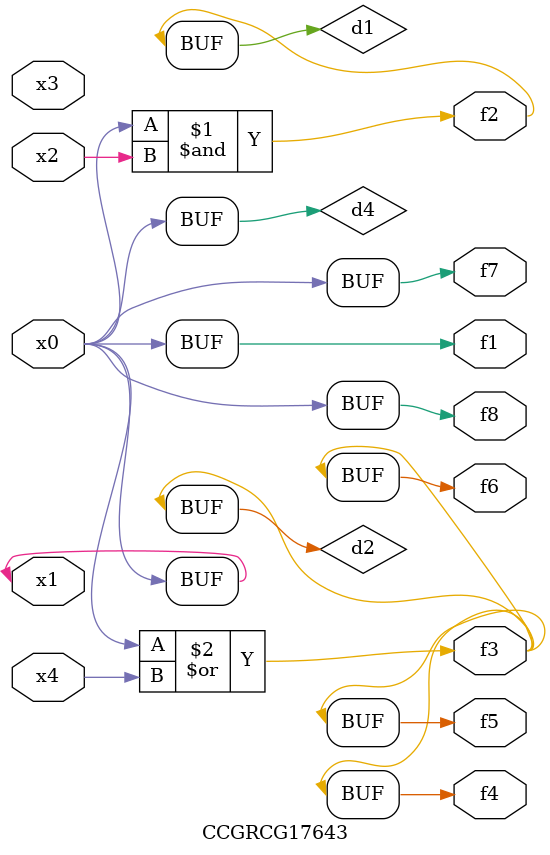
<source format=v>
module CCGRCG17643(
	input x0, x1, x2, x3, x4,
	output f1, f2, f3, f4, f5, f6, f7, f8
);

	wire d1, d2, d3, d4;

	and (d1, x0, x2);
	or (d2, x0, x4);
	nand (d3, x0, x2);
	buf (d4, x0, x1);
	assign f1 = d4;
	assign f2 = d1;
	assign f3 = d2;
	assign f4 = d2;
	assign f5 = d2;
	assign f6 = d2;
	assign f7 = d4;
	assign f8 = d4;
endmodule

</source>
